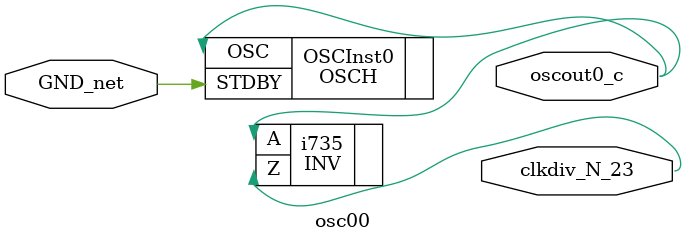
<source format=v>

module topdiv00 (cdiv0, oscout0, outdiv0);   // c:/users/jcvelmon/desktop/semestre actual/dsd/practica_4_v2/impl1/topdiv00.vhd(9[8:16])
    input [3:0]cdiv0;   // c:/users/jcvelmon/desktop/semestre actual/dsd/practica_4_v2/impl1/topdiv00.vhd(12[5:10])
    output oscout0 /* synthesis .original_dir=IN_OUT */ ;   // c:/users/jcvelmon/desktop/semestre actual/dsd/practica_4_v2/impl1/topdiv00.vhd(13[5:12])
    output outdiv0 /* synthesis .original_dir=IN_OUT */ ;   // c:/users/jcvelmon/desktop/semestre actual/dsd/practica_4_v2/impl1/topdiv00.vhd(14[8:15])
    
    wire oscout0_c /* synthesis is_clock=1 */ ;   // c:/users/jcvelmon/desktop/semestre actual/dsd/practica_4_v2/impl1/topdiv00.vhd(13[5:12])
    wire clkdiv_N_23 /* synthesis is_inv_clock=1 */ ;   // c:/users/jcvelmon/desktop/semestre actual/dsd/practica_4_v2/impl1/div00.vhd(18[8:12])
    
    wire cdiv0_c_3, cdiv0_c_2, cdiv0_c_1, cdiv0_c_0, outdiv0_c, VCC_net, 
        GND_net;
    
    VHI i5 (.Z(VCC_net));
    OB outdiv0_pad (.I(outdiv0_c), .O(outdiv0));   // c:/users/jcvelmon/desktop/semestre actual/dsd/practica_4_v2/impl1/topdiv00.vhd(14[8:15])
    OB oscout0_pad (.I(oscout0_c), .O(oscout0));   // c:/users/jcvelmon/desktop/semestre actual/dsd/practica_4_v2/impl1/topdiv00.vhd(13[5:12])
    div00 OS01 (.clkdiv_N_23(clkdiv_N_23), .cdiv0_c_0(cdiv0_c_0), .cdiv0_c_3(cdiv0_c_3), 
          .GND_net(GND_net), .cdiv0_c_2(cdiv0_c_2), .cdiv0_c_1(cdiv0_c_1), 
          .outdiv0_c(outdiv0_c));   // c:/users/jcvelmon/desktop/semestre actual/dsd/practica_4_v2/impl1/topdiv00.vhd(23[9:14])
    PUR PUR_INST (.PUR(VCC_net));
    defparam PUR_INST.RST_PULSE = 1;
    VLO i1 (.Z(GND_net));
    osc00 OS00 (.clkdiv_N_23(clkdiv_N_23), .oscout0_c(oscout0_c), .GND_net(GND_net));   // c:/users/jcvelmon/desktop/semestre actual/dsd/practica_4_v2/impl1/topdiv00.vhd(21[9:14])
    TSALL TSALL_INST (.TSALL(GND_net));
    GSR GSR_INST (.GSR(VCC_net));
    IB cdiv0_pad_3 (.I(cdiv0[3]), .O(cdiv0_c_3));   // c:/users/jcvelmon/desktop/semestre actual/dsd/practica_4_v2/impl1/topdiv00.vhd(12[5:10])
    IB cdiv0_pad_2 (.I(cdiv0[2]), .O(cdiv0_c_2));   // c:/users/jcvelmon/desktop/semestre actual/dsd/practica_4_v2/impl1/topdiv00.vhd(12[5:10])
    IB cdiv0_pad_1 (.I(cdiv0[1]), .O(cdiv0_c_1));   // c:/users/jcvelmon/desktop/semestre actual/dsd/practica_4_v2/impl1/topdiv00.vhd(12[5:10])
    IB cdiv0_pad_0 (.I(cdiv0[0]), .O(cdiv0_c_0));   // c:/users/jcvelmon/desktop/semestre actual/dsd/practica_4_v2/impl1/topdiv00.vhd(12[5:10])
    
endmodule
//
// Verilog Description of module div00
//

module div00 (clkdiv_N_23, cdiv0_c_0, cdiv0_c_3, GND_net, cdiv0_c_2, 
            cdiv0_c_1, outdiv0_c);
    input clkdiv_N_23;
    input cdiv0_c_0;
    input cdiv0_c_3;
    input GND_net;
    input cdiv0_c_2;
    input cdiv0_c_1;
    output outdiv0_c;
    
    wire clkdiv_N_23 /* synthesis is_inv_clock=1 */ ;   // c:/users/jcvelmon/desktop/semestre actual/dsd/practica_4_v2/impl1/div00.vhd(18[8:12])
    wire [20:0]sdiv;   // c:/users/jcvelmon/desktop/semestre actual/dsd/practica_4_v2/impl1/div00.vhd(18[8:12])
    
    wire clkdiv_N_23_enable_21, n382;
    wire [20:0]n89;
    
    wire n292, n287, n805, n804, n41, n806, n801, n800, n812, 
        n737, n814, n6, n813, n24, n20, n640, n641, clkdiv_N_23_enable_22, 
        n639, n638, n637, n635, n636, n644, n815, n643, n642, 
        outdiv_N_185, n22, n16, n723, outdiv_N_189, n809, n749, 
        n369, n371, outdiv_N_171, n367, n755, n735, n808, n807;
    
    FD1P3IX sdiv_59__i15 (.D(n89[15]), .SP(clkdiv_N_23_enable_21), .CD(n382), 
            .CK(clkdiv_N_23), .Q(sdiv[15])) /* synthesis syn_use_carry_chain=1 */ ;   // C:/lscc/diamond/3.9/ispfpga/vhdl_packages/syn_arit.vhd(928[41:65])
    defparam sdiv_59__i15.GSR = "ENABLED";
    FD1P3IX sdiv_59__i16 (.D(n89[16]), .SP(clkdiv_N_23_enable_21), .CD(n382), 
            .CK(clkdiv_N_23), .Q(sdiv[16])) /* synthesis syn_use_carry_chain=1 */ ;   // C:/lscc/diamond/3.9/ispfpga/vhdl_packages/syn_arit.vhd(928[41:65])
    defparam sdiv_59__i16.GSR = "ENABLED";
    FD1P3IX sdiv_59__i17 (.D(n89[17]), .SP(clkdiv_N_23_enable_21), .CD(n382), 
            .CK(clkdiv_N_23), .Q(sdiv[17])) /* synthesis syn_use_carry_chain=1 */ ;   // C:/lscc/diamond/3.9/ispfpga/vhdl_packages/syn_arit.vhd(928[41:65])
    defparam sdiv_59__i17.GSR = "ENABLED";
    LUT4 i678_2_lut_2_lut_3_lut_4_lut (.A(sdiv[15]), .B(sdiv[14]), .C(n292), 
         .D(sdiv[16]), .Z(n287)) /* synthesis lut_function=(!(A+(B+(C+(D))))) */ ;
    defparam i678_2_lut_2_lut_3_lut_4_lut.init = 16'h0001;
    PFUMX i697 (.BLUT(n805), .ALUT(n804), .C0(n41), .Z(n806));
    LUT4 n801_bdd_4_lut (.A(n801), .B(n800), .C(cdiv0_c_0), .D(cdiv0_c_3), 
         .Z(n812)) /* synthesis lut_function=(!(A (B (D)+!B (C+(D)))+!A (((D)+!C)+!B))) */ ;
    defparam n801_bdd_4_lut.init = 16'h00ca;
    LUT4 i650_3_lut_4_lut (.A(sdiv[15]), .B(sdiv[14]), .C(sdiv[16]), .D(cdiv0_c_0), 
         .Z(n737)) /* synthesis lut_function=(A (C+!(D))+!A (B (C+!(D))+!B (C))) */ ;
    defparam i650_3_lut_4_lut.init = 16'hf0fe;
    LUT4 i2_2_lut_3_lut_4_lut (.A(sdiv[12]), .B(sdiv[13]), .C(n814), .D(sdiv[16]), 
         .Z(n6)) /* synthesis lut_function=(A+(B+(C+(D)))) */ ;
    defparam i2_2_lut_3_lut_4_lut.init = 16'hfffe;
    LUT4 i1_2_lut_rep_6 (.A(sdiv[12]), .B(sdiv[13]), .Z(n813)) /* synthesis lut_function=(A+(B)) */ ;
    defparam i1_2_lut_rep_6.init = 16'heeee;
    FD1P3IX sdiv_59__i8 (.D(n89[8]), .SP(clkdiv_N_23_enable_21), .CD(n382), 
            .CK(clkdiv_N_23), .Q(sdiv[8])) /* synthesis syn_use_carry_chain=1 */ ;   // C:/lscc/diamond/3.9/ispfpga/vhdl_packages/syn_arit.vhd(928[41:65])
    defparam sdiv_59__i8.GSR = "ENABLED";
    LUT4 i12_4_lut (.A(sdiv[9]), .B(n24), .C(n20), .D(sdiv[6]), .Z(n292)) /* synthesis lut_function=(A+(B+(C+(D)))) */ ;
    defparam i12_4_lut.init = 16'hfffe;
    CCU2D sdiv_59_add_4_13 (.A0(sdiv[11]), .B0(GND_net), .C0(GND_net), 
          .D0(GND_net), .A1(sdiv[12]), .B1(GND_net), .C1(GND_net), .D1(GND_net), 
          .CIN(n640), .COUT(n641), .S0(n89[11]), .S1(n89[12]));   // C:/lscc/diamond/3.9/ispfpga/vhdl_packages/syn_arit.vhd(928[41:65])
    defparam sdiv_59_add_4_13.INIT0 = 16'hfaaa;
    defparam sdiv_59_add_4_13.INIT1 = 16'hfaaa;
    defparam sdiv_59_add_4_13.INJECT1_0 = "NO";
    defparam sdiv_59_add_4_13.INJECT1_1 = "NO";
    LUT4 i27_4_lut (.A(cdiv0_c_2), .B(cdiv0_c_3), .C(cdiv0_c_0), .D(cdiv0_c_1), 
         .Z(clkdiv_N_23_enable_22)) /* synthesis lut_function=(A (B ((D)+!C)+!B (C (D)))+!A !(B+!(C+!(D)))) */ ;
    defparam i27_4_lut.init = 16'hb819;
    FD1P3IX sdiv_59__i5 (.D(n89[5]), .SP(clkdiv_N_23_enable_21), .CD(n382), 
            .CK(clkdiv_N_23), .Q(sdiv[5])) /* synthesis syn_use_carry_chain=1 */ ;   // C:/lscc/diamond/3.9/ispfpga/vhdl_packages/syn_arit.vhd(928[41:65])
    defparam sdiv_59__i5.GSR = "ENABLED";
    FD1P3IX sdiv_59__i1 (.D(n89[1]), .SP(clkdiv_N_23_enable_21), .CD(n382), 
            .CK(clkdiv_N_23), .Q(sdiv[1])) /* synthesis syn_use_carry_chain=1 */ ;   // C:/lscc/diamond/3.9/ispfpga/vhdl_packages/syn_arit.vhd(928[41:65])
    defparam sdiv_59__i1.GSR = "ENABLED";
    CCU2D sdiv_59_add_4_11 (.A0(sdiv[9]), .B0(GND_net), .C0(GND_net), 
          .D0(GND_net), .A1(sdiv[10]), .B1(GND_net), .C1(GND_net), .D1(GND_net), 
          .CIN(n639), .COUT(n640), .S0(n89[9]), .S1(n89[10]));   // C:/lscc/diamond/3.9/ispfpga/vhdl_packages/syn_arit.vhd(928[41:65])
    defparam sdiv_59_add_4_11.INIT0 = 16'hfaaa;
    defparam sdiv_59_add_4_11.INIT1 = 16'hfaaa;
    defparam sdiv_59_add_4_11.INJECT1_0 = "NO";
    defparam sdiv_59_add_4_11.INJECT1_1 = "NO";
    CCU2D sdiv_59_add_4_9 (.A0(sdiv[7]), .B0(GND_net), .C0(GND_net), .D0(GND_net), 
          .A1(sdiv[8]), .B1(GND_net), .C1(GND_net), .D1(GND_net), .CIN(n638), 
          .COUT(n639), .S0(n89[7]), .S1(n89[8]));   // C:/lscc/diamond/3.9/ispfpga/vhdl_packages/syn_arit.vhd(928[41:65])
    defparam sdiv_59_add_4_9.INIT0 = 16'hfaaa;
    defparam sdiv_59_add_4_9.INIT1 = 16'hfaaa;
    defparam sdiv_59_add_4_9.INJECT1_0 = "NO";
    defparam sdiv_59_add_4_9.INJECT1_1 = "NO";
    CCU2D sdiv_59_add_4_7 (.A0(sdiv[5]), .B0(GND_net), .C0(GND_net), .D0(GND_net), 
          .A1(sdiv[6]), .B1(GND_net), .C1(GND_net), .D1(GND_net), .CIN(n637), 
          .COUT(n638), .S0(n89[5]), .S1(n89[6]));   // C:/lscc/diamond/3.9/ispfpga/vhdl_packages/syn_arit.vhd(928[41:65])
    defparam sdiv_59_add_4_7.INIT0 = 16'hfaaa;
    defparam sdiv_59_add_4_7.INIT1 = 16'hfaaa;
    defparam sdiv_59_add_4_7.INJECT1_0 = "NO";
    defparam sdiv_59_add_4_7.INJECT1_1 = "NO";
    CCU2D sdiv_59_add_4_3 (.A0(sdiv[1]), .B0(GND_net), .C0(GND_net), .D0(GND_net), 
          .A1(sdiv[2]), .B1(GND_net), .C1(GND_net), .D1(GND_net), .CIN(n635), 
          .COUT(n636), .S0(n89[1]), .S1(n89[2]));   // C:/lscc/diamond/3.9/ispfpga/vhdl_packages/syn_arit.vhd(928[41:65])
    defparam sdiv_59_add_4_3.INIT0 = 16'hfaaa;
    defparam sdiv_59_add_4_3.INIT1 = 16'hfaaa;
    defparam sdiv_59_add_4_3.INJECT1_0 = "NO";
    defparam sdiv_59_add_4_3.INJECT1_1 = "NO";
    CCU2D sdiv_59_add_4_1 (.A0(GND_net), .B0(GND_net), .C0(GND_net), .D0(GND_net), 
          .A1(sdiv[0]), .B1(GND_net), .C1(GND_net), .D1(GND_net), .COUT(n635), 
          .S1(n89[0]));   // C:/lscc/diamond/3.9/ispfpga/vhdl_packages/syn_arit.vhd(928[41:65])
    defparam sdiv_59_add_4_1.INIT0 = 16'hF000;
    defparam sdiv_59_add_4_1.INIT1 = 16'h0555;
    defparam sdiv_59_add_4_1.INJECT1_0 = "NO";
    defparam sdiv_59_add_4_1.INJECT1_1 = "NO";
    CCU2D sdiv_59_add_4_5 (.A0(sdiv[3]), .B0(GND_net), .C0(GND_net), .D0(GND_net), 
          .A1(sdiv[4]), .B1(GND_net), .C1(GND_net), .D1(GND_net), .CIN(n636), 
          .COUT(n637), .S0(n89[3]), .S1(n89[4]));   // C:/lscc/diamond/3.9/ispfpga/vhdl_packages/syn_arit.vhd(928[41:65])
    defparam sdiv_59_add_4_5.INIT0 = 16'hfaaa;
    defparam sdiv_59_add_4_5.INIT1 = 16'hfaaa;
    defparam sdiv_59_add_4_5.INJECT1_0 = "NO";
    defparam sdiv_59_add_4_5.INJECT1_1 = "NO";
    FD1P3IX sdiv_59__i13 (.D(n89[13]), .SP(clkdiv_N_23_enable_21), .CD(n382), 
            .CK(clkdiv_N_23), .Q(sdiv[13])) /* synthesis syn_use_carry_chain=1 */ ;   // C:/lscc/diamond/3.9/ispfpga/vhdl_packages/syn_arit.vhd(928[41:65])
    defparam sdiv_59__i13.GSR = "ENABLED";
    CCU2D sdiv_59_add_4_21 (.A0(sdiv[19]), .B0(GND_net), .C0(GND_net), 
          .D0(GND_net), .A1(sdiv[20]), .B1(GND_net), .C1(GND_net), .D1(GND_net), 
          .CIN(n644), .S0(n89[19]), .S1(n89[20]));   // C:/lscc/diamond/3.9/ispfpga/vhdl_packages/syn_arit.vhd(928[41:65])
    defparam sdiv_59_add_4_21.INIT0 = 16'hfaaa;
    defparam sdiv_59_add_4_21.INIT1 = 16'hfaaa;
    defparam sdiv_59_add_4_21.INJECT1_0 = "NO";
    defparam sdiv_59_add_4_21.INJECT1_1 = "NO";
    LUT4 i1_2_lut_rep_8 (.A(sdiv[20]), .B(sdiv[19]), .Z(n815)) /* synthesis lut_function=(A+(B)) */ ;   // C:/lscc/diamond/3.9/ispfpga/vhdl_packages/syn_arit.vhd(928[41:65])
    defparam i1_2_lut_rep_8.init = 16'heeee;
    CCU2D sdiv_59_add_4_19 (.A0(sdiv[17]), .B0(GND_net), .C0(GND_net), 
          .D0(GND_net), .A1(sdiv[18]), .B1(GND_net), .C1(GND_net), .D1(GND_net), 
          .CIN(n643), .COUT(n644), .S0(n89[17]), .S1(n89[18]));   // C:/lscc/diamond/3.9/ispfpga/vhdl_packages/syn_arit.vhd(928[41:65])
    defparam sdiv_59_add_4_19.INIT0 = 16'hfaaa;
    defparam sdiv_59_add_4_19.INIT1 = 16'hfaaa;
    defparam sdiv_59_add_4_19.INJECT1_0 = "NO";
    defparam sdiv_59_add_4_19.INJECT1_1 = "NO";
    CCU2D sdiv_59_add_4_17 (.A0(sdiv[15]), .B0(GND_net), .C0(GND_net), 
          .D0(GND_net), .A1(sdiv[16]), .B1(GND_net), .C1(GND_net), .D1(GND_net), 
          .CIN(n642), .COUT(n643), .S0(n89[15]), .S1(n89[16]));   // C:/lscc/diamond/3.9/ispfpga/vhdl_packages/syn_arit.vhd(928[41:65])
    defparam sdiv_59_add_4_17.INIT0 = 16'hfaaa;
    defparam sdiv_59_add_4_17.INIT1 = 16'hfaaa;
    defparam sdiv_59_add_4_17.INJECT1_0 = "NO";
    defparam sdiv_59_add_4_17.INJECT1_1 = "NO";
    FD1P3IX sdiv_59__i6 (.D(n89[6]), .SP(clkdiv_N_23_enable_21), .CD(n382), 
            .CK(clkdiv_N_23), .Q(sdiv[6])) /* synthesis syn_use_carry_chain=1 */ ;   // C:/lscc/diamond/3.9/ispfpga/vhdl_packages/syn_arit.vhd(928[41:65])
    defparam sdiv_59__i6.GSR = "ENABLED";
    LUT4 n268_bdd_2_lut_3_lut_4_lut (.A(sdiv[20]), .B(sdiv[19]), .C(sdiv[17]), 
         .D(sdiv[18]), .Z(outdiv_N_185)) /* synthesis lut_function=(A+(B+(C+(D)))) */ ;   // C:/lscc/diamond/3.9/ispfpga/vhdl_packages/syn_arit.vhd(928[41:65])
    defparam n268_bdd_2_lut_3_lut_4_lut.init = 16'hfffe;
    FD1P3IX sdiv_59__i9 (.D(n89[9]), .SP(clkdiv_N_23_enable_21), .CD(n382), 
            .CK(clkdiv_N_23), .Q(sdiv[9])) /* synthesis syn_use_carry_chain=1 */ ;   // C:/lscc/diamond/3.9/ispfpga/vhdl_packages/syn_arit.vhd(928[41:65])
    defparam sdiv_59__i9.GSR = "ENABLED";
    LUT4 i11_4_lut (.A(sdiv[2]), .B(n22), .C(n16), .D(sdiv[10]), .Z(n24)) /* synthesis lut_function=(A+(B+(C+(D)))) */ ;
    defparam i11_4_lut.init = 16'hfffe;
    CCU2D sdiv_59_add_4_15 (.A0(sdiv[13]), .B0(GND_net), .C0(GND_net), 
          .D0(GND_net), .A1(sdiv[14]), .B1(GND_net), .C1(GND_net), .D1(GND_net), 
          .CIN(n641), .COUT(n642), .S0(n89[13]), .S1(n89[14]));   // C:/lscc/diamond/3.9/ispfpga/vhdl_packages/syn_arit.vhd(928[41:65])
    defparam sdiv_59_add_4_15.INIT0 = 16'hfaaa;
    defparam sdiv_59_add_4_15.INIT1 = 16'hfaaa;
    defparam sdiv_59_add_4_15.INJECT1_0 = "NO";
    defparam sdiv_59_add_4_15.INJECT1_1 = "NO";
    LUT4 i1_2_lut_rep_7 (.A(sdiv[15]), .B(sdiv[14]), .Z(n814)) /* synthesis lut_function=(A+(B)) */ ;
    defparam i1_2_lut_rep_7.init = 16'heeee;
    LUT4 i2_4_lut (.A(sdiv[18]), .B(n815), .C(n287), .D(n723), .Z(outdiv_N_189)) /* synthesis lut_function=(A (B+(C+(D)))+!A (B)) */ ;   // c:/users/jcvelmon/desktop/semestre actual/dsd/practica_4_v2/impl1/div00.vhd(39[11:79])
    defparam i2_4_lut.init = 16'heeec;
    FD1P3IX sdiv_59__i14 (.D(n89[14]), .SP(clkdiv_N_23_enable_21), .CD(n382), 
            .CK(clkdiv_N_23), .Q(sdiv[14])) /* synthesis syn_use_carry_chain=1 */ ;   // C:/lscc/diamond/3.9/ispfpga/vhdl_packages/syn_arit.vhd(928[41:65])
    defparam sdiv_59__i14.GSR = "ENABLED";
    LUT4 n810_bdd_3_lut (.A(n812), .B(n809), .C(cdiv0_c_2), .Z(n382)) /* synthesis lut_function=(A (B+!(C))+!A (B (C))) */ ;
    defparam n810_bdd_3_lut.init = 16'hcaca;
    PFUMX indiv_3__I_0_i7 (.BLUT(outdiv_N_185), .ALUT(n749), .C0(cdiv0_c_3), 
          .Z(n369)) /* synthesis LSE_LINE_FILE_ID=21, LSE_LCOL=9, LSE_RCOL=14, LSE_LLINE=23, LSE_RLINE=23 */ ;
    FD1P3IX sdiv_59__i3 (.D(n89[3]), .SP(clkdiv_N_23_enable_21), .CD(n382), 
            .CK(clkdiv_N_23), .Q(sdiv[3])) /* synthesis syn_use_carry_chain=1 */ ;   // C:/lscc/diamond/3.9/ispfpga/vhdl_packages/syn_arit.vhd(928[41:65])
    defparam sdiv_59__i3.GSR = "ENABLED";
    LUT4 i294_2_lut (.A(outdiv0_c), .B(n371), .Z(outdiv_N_171)) /* synthesis lut_function=(!(A (B)+!A !(B))) */ ;   // c:/users/jcvelmon/desktop/semestre actual/dsd/practica_4_v2/impl1/div00.vhd(23[5] 74[14])
    defparam i294_2_lut.init = 16'h6666;
    LUT4 i660_4_lut (.A(n41), .B(n6), .C(n737), .D(cdiv0_c_1), .Z(n749)) /* synthesis lut_function=(A+(B (C+!(D))+!B (C (D)))) */ ;   // c:/users/jcvelmon/desktop/semestre actual/dsd/practica_4_v2/impl1/div00.vhd(23[5] 74[14])
    defparam i660_4_lut.init = 16'hfaee;
    FD1P3IX sdiv_59__i0 (.D(n89[0]), .SP(clkdiv_N_23_enable_21), .CD(n382), 
            .CK(clkdiv_N_23), .Q(sdiv[0])) /* synthesis syn_use_carry_chain=1 */ ;   // C:/lscc/diamond/3.9/ispfpga/vhdl_packages/syn_arit.vhd(928[41:65])
    defparam sdiv_59__i0.GSR = "ENABLED";
    FD1P3IX sdiv_59__i4 (.D(n89[4]), .SP(clkdiv_N_23_enable_21), .CD(n382), 
            .CK(clkdiv_N_23), .Q(sdiv[4])) /* synthesis syn_use_carry_chain=1 */ ;   // C:/lscc/diamond/3.9/ispfpga/vhdl_packages/syn_arit.vhd(928[41:65])
    defparam sdiv_59__i4.GSR = "ENABLED";
    LUT4 i3_2_lut (.A(sdiv[0]), .B(sdiv[11]), .Z(n16)) /* synthesis lut_function=(A+(B)) */ ;
    defparam i3_2_lut.init = 16'heeee;
    FD1P3IX sdiv_59__i2 (.D(n89[2]), .SP(clkdiv_N_23_enable_21), .CD(n382), 
            .CK(clkdiv_N_23), .Q(sdiv[2])) /* synthesis syn_use_carry_chain=1 */ ;   // C:/lscc/diamond/3.9/ispfpga/vhdl_packages/syn_arit.vhd(928[41:65])
    defparam sdiv_59__i2.GSR = "ENABLED";
    L6MUX21 indiv_3__I_0_i15 (.D0(n367), .D1(n369), .SD(n755), .Z(n371)) /* synthesis LSE_LINE_FILE_ID=21, LSE_LCOL=9, LSE_RCOL=14, LSE_LLINE=23, LSE_RLINE=23 */ ;
    LUT4 cdiv0_c_1_bdd_2_lut_695 (.A(cdiv0_c_1), .B(sdiv[20]), .Z(n801)) /* synthesis lut_function=(!(A+!(B))) */ ;
    defparam cdiv0_c_1_bdd_2_lut_695.init = 16'h4444;
    LUT4 i674_4_lut (.A(cdiv0_c_0), .B(cdiv0_c_3), .C(cdiv0_c_1), .D(cdiv0_c_2), 
         .Z(clkdiv_N_23_enable_21)) /* synthesis lut_function=(A (B (C (D))+!B (C+!(D)))+!A (B (D)+!B !(C+(D)))) */ ;   // c:/users/jcvelmon/desktop/semestre actual/dsd/practica_4_v2/impl1/div00.vhd(23[5] 74[14])
    defparam i674_4_lut.init = 16'he423;
    FD1P3IX sdiv_59__i10 (.D(n89[10]), .SP(clkdiv_N_23_enable_21), .CD(n382), 
            .CK(clkdiv_N_23), .Q(sdiv[10])) /* synthesis syn_use_carry_chain=1 */ ;   // C:/lscc/diamond/3.9/ispfpga/vhdl_packages/syn_arit.vhd(928[41:65])
    defparam sdiv_59__i10.GSR = "ENABLED";
    FD1P3IX sdiv_59__i11 (.D(n89[11]), .SP(clkdiv_N_23_enable_21), .CD(n382), 
            .CK(clkdiv_N_23), .Q(sdiv[11])) /* synthesis syn_use_carry_chain=1 */ ;   // C:/lscc/diamond/3.9/ispfpga/vhdl_packages/syn_arit.vhd(928[41:65])
    defparam sdiv_59__i11.GSR = "ENABLED";
    FD1P3IX sdiv_59__i12 (.D(n89[12]), .SP(clkdiv_N_23_enable_21), .CD(n382), 
            .CK(clkdiv_N_23), .Q(sdiv[12])) /* synthesis syn_use_carry_chain=1 */ ;   // C:/lscc/diamond/3.9/ispfpga/vhdl_packages/syn_arit.vhd(928[41:65])
    defparam sdiv_59__i12.GSR = "ENABLED";
    LUT4 i1_4_lut (.A(sdiv[20]), .B(sdiv[17]), .C(sdiv[19]), .D(sdiv[18]), 
         .Z(n41)) /* synthesis lut_function=(A+(B+(C+(D)))) */ ;   // C:/lscc/diamond/3.9/ispfpga/vhdl_packages/syn_arit.vhd(928[41:65])
    defparam i1_4_lut.init = 16'hfffe;
    LUT4 i1_2_lut_4_lut (.A(n292), .B(sdiv[16]), .C(n814), .D(sdiv[17]), 
         .Z(n723)) /* synthesis lut_function=(A+(B+(C+(D)))) */ ;
    defparam i1_2_lut_4_lut.init = 16'hfffe;
    LUT4 cdiv0_c_1_bdd_4_lut_696 (.A(cdiv0_c_1), .B(sdiv[18]), .C(sdiv[20]), 
         .D(sdiv[19]), .Z(n800)) /* synthesis lut_function=(A (B+(C+(D)))+!A (C+(D))) */ ;
    defparam cdiv0_c_1_bdd_4_lut_696.init = 16'hfff8;
    FD1P3IX sdiv_59__i7 (.D(n89[7]), .SP(clkdiv_N_23_enable_21), .CD(n382), 
            .CK(clkdiv_N_23), .Q(sdiv[7])) /* synthesis syn_use_carry_chain=1 */ ;   // C:/lscc/diamond/3.9/ispfpga/vhdl_packages/syn_arit.vhd(928[41:65])
    defparam sdiv_59__i7.GSR = "ENABLED";
    LUT4 i9_4_lut (.A(sdiv[1]), .B(sdiv[4]), .C(sdiv[5]), .D(sdiv[8]), 
         .Z(n22)) /* synthesis lut_function=(A+(B+(C+(D)))) */ ;
    defparam i9_4_lut.init = 16'hfffe;
    PFUMX indiv_3__I_0_i3 (.BLUT(n735), .ALUT(outdiv_N_189), .C0(cdiv0_c_1), 
          .Z(n367)) /* synthesis LSE_LINE_FILE_ID=21, LSE_LCOL=9, LSE_RCOL=14, LSE_LLINE=23, LSE_RLINE=23 */ ;
    LUT4 i679_2_lut (.A(cdiv0_c_3), .B(cdiv0_c_2), .Z(n755)) /* synthesis lut_function=(A+(B)) */ ;   // c:/users/jcvelmon/desktop/semestre actual/dsd/practica_4_v2/impl1/div00.vhd(23[5] 74[14])
    defparam i679_2_lut.init = 16'heeee;
    LUT4 i7_3_lut_4_lut (.A(sdiv[12]), .B(sdiv[13]), .C(sdiv[7]), .D(sdiv[3]), 
         .Z(n20)) /* synthesis lut_function=(A+(B+(C+(D)))) */ ;
    defparam i7_3_lut_4_lut.init = 16'hfffe;
    LUT4 cdiv0_c_1_bdd_4_lut_702 (.A(cdiv0_c_1), .B(n813), .C(cdiv0_c_0), 
         .D(n814), .Z(n805)) /* synthesis lut_function=(!(A (C+!(D))+!A (B (C)+!B (C+!(D))))) */ ;
    defparam cdiv0_c_1_bdd_4_lut_702.init = 16'h0f04;
    LUT4 cdiv0_c_1_bdd_2_lut_701 (.A(cdiv0_c_1), .B(cdiv0_c_0), .Z(n804)) /* synthesis lut_function=(A+!(B)) */ ;
    defparam cdiv0_c_1_bdd_2_lut_701.init = 16'hbbbb;
    LUT4 sdiv_16__bdd_3_lut (.A(cdiv0_c_1), .B(n41), .C(cdiv0_c_0), .Z(n808)) /* synthesis lut_function=(A (B (C))) */ ;
    defparam sdiv_16__bdd_3_lut.init = 16'h8080;
    LUT4 n806_bdd_3_lut_4_lut (.A(cdiv0_c_1), .B(cdiv0_c_0), .C(sdiv[16]), 
         .D(n806), .Z(n807)) /* synthesis lut_function=(A (C+(D))+!A !(B (C+!(D))+!B !(C+(D)))) */ ;
    defparam n806_bdd_3_lut_4_lut.init = 16'hbfb0;
    PFUMX i699 (.BLUT(n808), .ALUT(n807), .C0(cdiv0_c_3), .Z(n809));
    FD1P3IX sdiv_59__i18 (.D(n89[18]), .SP(clkdiv_N_23_enable_21), .CD(n382), 
            .CK(clkdiv_N_23), .Q(sdiv[18])) /* synthesis syn_use_carry_chain=1 */ ;   // C:/lscc/diamond/3.9/ispfpga/vhdl_packages/syn_arit.vhd(928[41:65])
    defparam sdiv_59__i18.GSR = "ENABLED";
    FD1P3IX sdiv_59__i19 (.D(n89[19]), .SP(clkdiv_N_23_enable_21), .CD(n382), 
            .CK(clkdiv_N_23), .Q(sdiv[19])) /* synthesis syn_use_carry_chain=1 */ ;   // C:/lscc/diamond/3.9/ispfpga/vhdl_packages/syn_arit.vhd(928[41:65])
    defparam sdiv_59__i19.GSR = "ENABLED";
    FD1P3IX sdiv_59__i20 (.D(n89[20]), .SP(clkdiv_N_23_enable_21), .CD(n382), 
            .CK(clkdiv_N_23), .Q(sdiv[20])) /* synthesis syn_use_carry_chain=1 */ ;   // C:/lscc/diamond/3.9/ispfpga/vhdl_packages/syn_arit.vhd(928[41:65])
    defparam sdiv_59__i20.GSR = "ENABLED";
    FD1P3AX outdiv_58 (.D(outdiv_N_171), .SP(clkdiv_N_23_enable_22), .CK(clkdiv_N_23), 
            .Q(outdiv0_c)) /* synthesis LSE_LINE_FILE_ID=21, LSE_LCOL=9, LSE_RCOL=14, LSE_LLINE=23, LSE_RLINE=23 */ ;   // c:/users/jcvelmon/desktop/semestre actual/dsd/practica_4_v2/impl1/div00.vhd(22[3] 75[11])
    defparam outdiv_58.GSR = "ENABLED";
    LUT4 i648_4_lut (.A(cdiv0_c_0), .B(sdiv[20]), .C(sdiv[19]), .Z(n735)) /* synthesis lut_function=(A (B+(C))+!A (B)) */ ;   // c:/users/jcvelmon/desktop/semestre actual/dsd/practica_4_v2/impl1/div00.vhd(23[5] 74[14])
    defparam i648_4_lut.init = 16'hecec;
    
endmodule
//
// Verilog Description of module PUR
// module not written out since it is a black-box. 
//

//
// Verilog Description of module osc00
//

module osc00 (clkdiv_N_23, oscout0_c, GND_net);
    output clkdiv_N_23;
    output oscout0_c;
    input GND_net;
    
    wire clkdiv_N_23 /* synthesis is_inv_clock=1 */ ;   // c:/users/jcvelmon/desktop/semestre actual/dsd/practica_4_v2/impl1/div00.vhd(18[8:12])
    wire oscout0_c /* synthesis is_clock=1 */ ;   // c:/users/jcvelmon/desktop/semestre actual/dsd/practica_4_v2/impl1/topdiv00.vhd(13[5:12])
    
    INV i735 (.A(oscout0_c), .Z(clkdiv_N_23));
    OSCH OSCInst0 (.STDBY(GND_net), .OSC(oscout0_c)) /* synthesis NOM_FREQ="2.08", syn_instantiated=1, LSE_LINE_FILE_ID=21, LSE_LCOL=9, LSE_RCOL=14, LSE_LLINE=21, LSE_RLINE=21 */ ;   // c:/users/jcvelmon/desktop/semestre actual/dsd/practica_4_v2/impl1/osc00.vhd(22[11:15])
    defparam OSCInst0.NOM_FREQ = "2.08";
    
endmodule
//
// Verilog Description of module \OSCH("2.08")(1,4) 
// module not written out since it is a black-box. 
//

//
// Verilog Description of module TSALL
// module not written out since it is a black-box. 
//


</source>
